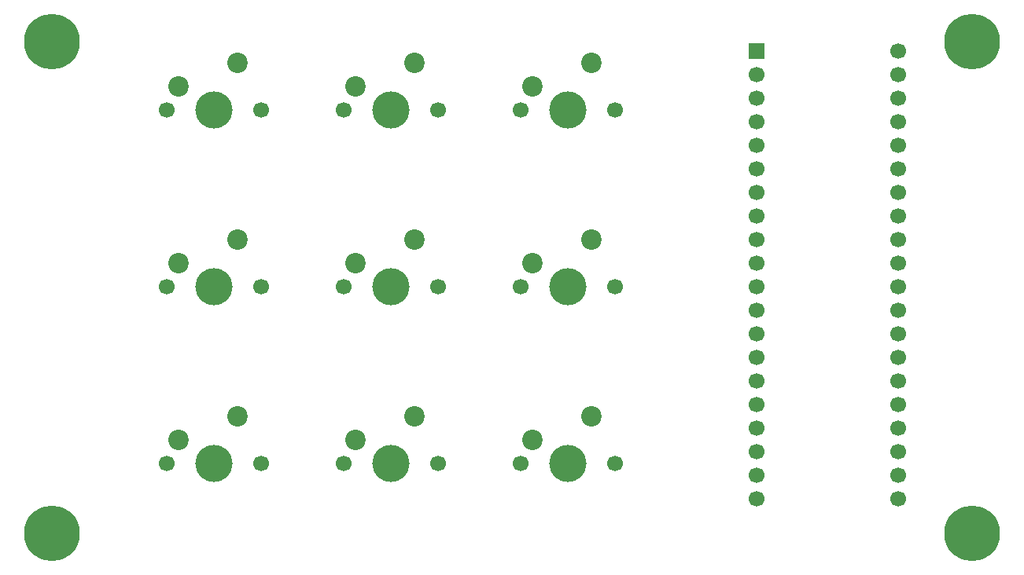
<source format=gbr>
%TF.GenerationSoftware,KiCad,Pcbnew,5.1.8*%
%TF.CreationDate,2021-01-16T11:32:51+01:00*%
%TF.ProjectId,macropad,6d616372-6f70-4616-942e-6b696361645f,rev?*%
%TF.SameCoordinates,Original*%
%TF.FileFunction,Soldermask,Top*%
%TF.FilePolarity,Negative*%
%FSLAX46Y46*%
G04 Gerber Fmt 4.6, Leading zero omitted, Abs format (unit mm)*
G04 Created by KiCad (PCBNEW 5.1.8) date 2021-01-16 11:32:51*
%MOMM*%
%LPD*%
G01*
G04 APERTURE LIST*
%ADD10C,2.200000*%
%ADD11C,4.000000*%
%ADD12C,1.700000*%
%ADD13C,6.000000*%
%ADD14R,1.700000X1.700000*%
G04 APERTURE END LIST*
D10*
%TO.C,SW1*%
X93980000Y-95250000D03*
X87630000Y-97790000D03*
D11*
X91440000Y-100330000D03*
D12*
X86360000Y-100330000D03*
X96520000Y-100330000D03*
%TD*%
D13*
%TO.C,REF\u002A\u002A*%
X173000000Y-93000000D03*
%TD*%
%TO.C,REF\u002A\u002A*%
X173000000Y-146000000D03*
%TD*%
%TO.C,REF\u002A\u002A*%
X74000000Y-146000000D03*
%TD*%
%TO.C,REF\u002A\u002A*%
X74000000Y-93000000D03*
%TD*%
D12*
%TO.C,SW2*%
X96520000Y-119380000D03*
X86360000Y-119380000D03*
D11*
X91440000Y-119380000D03*
D10*
X87630000Y-116840000D03*
X93980000Y-114300000D03*
%TD*%
D12*
%TO.C,SW3*%
X96520000Y-138430000D03*
X86360000Y-138430000D03*
D11*
X91440000Y-138430000D03*
D10*
X87630000Y-135890000D03*
X93980000Y-133350000D03*
%TD*%
D12*
%TO.C,SW4*%
X115570000Y-100330000D03*
X105410000Y-100330000D03*
D11*
X110490000Y-100330000D03*
D10*
X106680000Y-97790000D03*
X113030000Y-95250000D03*
%TD*%
%TO.C,SW5*%
X113030000Y-114300000D03*
X106680000Y-116840000D03*
D11*
X110490000Y-119380000D03*
D12*
X105410000Y-119380000D03*
X115570000Y-119380000D03*
%TD*%
D10*
%TO.C,SW6*%
X113030000Y-133350000D03*
X106680000Y-135890000D03*
D11*
X110490000Y-138430000D03*
D12*
X105410000Y-138430000D03*
X115570000Y-138430000D03*
%TD*%
D10*
%TO.C,SW7*%
X132080000Y-95250000D03*
X125730000Y-97790000D03*
D11*
X129540000Y-100330000D03*
D12*
X124460000Y-100330000D03*
X134620000Y-100330000D03*
%TD*%
D10*
%TO.C,SW8*%
X132080000Y-114300000D03*
X125730000Y-116840000D03*
D11*
X129540000Y-119380000D03*
D12*
X124460000Y-119380000D03*
X134620000Y-119380000D03*
%TD*%
%TO.C,SW9*%
X134620000Y-138430000D03*
X124460000Y-138430000D03*
D11*
X129540000Y-138430000D03*
D10*
X125730000Y-135890000D03*
X132080000Y-133350000D03*
%TD*%
D12*
%TO.C,U1*%
X165100000Y-93980000D03*
D14*
X149860000Y-93980000D03*
D12*
X165100000Y-96520000D03*
X149860000Y-96520000D03*
X165100000Y-99060000D03*
X149860000Y-99060000D03*
X165100000Y-101600000D03*
X149860000Y-101600000D03*
X165100000Y-104140000D03*
X149860000Y-104140000D03*
X165100000Y-106680000D03*
X149860000Y-106680000D03*
X165100000Y-109220000D03*
X149860000Y-109220000D03*
X165100000Y-111760000D03*
X149860000Y-111760000D03*
X165100000Y-114300000D03*
X149860000Y-114300000D03*
X165100000Y-116840000D03*
X149860000Y-116840000D03*
X165100000Y-119380000D03*
X149860000Y-119380000D03*
X165100000Y-121920000D03*
X149860000Y-121920000D03*
X165100000Y-124460000D03*
X149860000Y-124460000D03*
X165100000Y-127000000D03*
X149860000Y-127000000D03*
X165100000Y-129540000D03*
X149860000Y-129540000D03*
X165100000Y-132080000D03*
X149860000Y-132080000D03*
X165100000Y-134620000D03*
X149860000Y-134620000D03*
X165100000Y-137160000D03*
X149860000Y-137160000D03*
X165100000Y-139700000D03*
X149860000Y-139700000D03*
X165100000Y-142240000D03*
X149860000Y-142240000D03*
%TD*%
M02*

</source>
